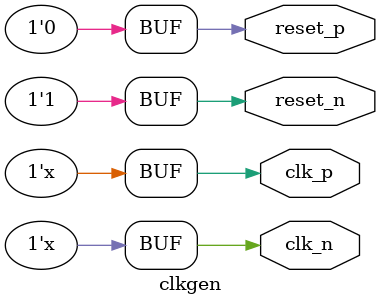
<source format=v>
`timescale 1ns / 1ps

`timescale 1ns/1ps

module clkgen(clk_p, clk_n, reset_p, reset_n
    );
 
output clk_p;
output clk_n;
output reset_p;
output reset_n;

       
reg clk_p;
reg clk_n;
reg reset_p;
reg reset_n;

// Declare a clock period constant.
parameter ClockPeriod = 3; // 300Mhz
//parameter ClockPeriod = 10; // 100Mhz
parameter ResetPeriod = 1000; // 300Mhz

initial begin
    clk_p = 1'b0;
    clk_n = 1'b1;
   
end

initial begin
    reset_p = 1;
    #(ResetPeriod) reset_p = 0;
end



initial begin
    reset_n = 0;
    #(ResetPeriod) reset_n = 1;
end

 
 
// Clock Generation method 2:
always begin
    #(ClockPeriod / 2) clk_p = ~clk_p;
end

always begin
    #(ClockPeriod / 2) clk_n = ~clk_n;
end
 


endmodule



</source>
